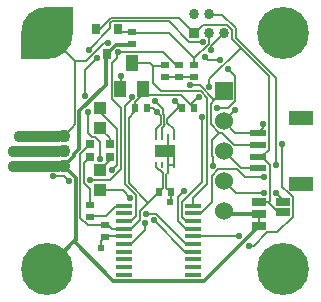
<source format=gtl>
G04 EAGLE Gerber X2 export*
%TF.Part,Single*%
%TF.FileFunction,Copper,L1,Top,Mixed*%
%TF.FilePolarity,Positive*%
%TF.GenerationSoftware,Autodesk,EAGLE,9.6.2*%
%TF.CreationDate,2022-05-19T00:38:24Z*%
G75*
%MOMM*%
%FSLAX34Y34*%
%LPD*%
%INTop Copper*%
%AMOC8*
5,1,8,0,0,1.08239X$1,22.5*%
G01*
%ADD10R,0.700000X0.600000*%
%ADD11R,0.800000X0.900000*%
%ADD12C,0.863600*%
%ADD13R,0.863600X0.863600*%
%ADD14R,0.800000X0.700000*%
%ADD15C,0.720000*%
%ADD16C,1.100000*%
%ADD17C,0.558800*%
%ADD18R,1.100000X1.000000*%
%ADD19R,1.000000X1.400000*%
%ADD20R,1.475000X0.450000*%
%ADD21C,4.400000*%
%ADD22R,0.250000X0.550000*%
%ADD23R,1.700000X1.000000*%
%ADD24R,0.600000X0.700000*%
%ADD25R,1.524000X1.524000*%
%ADD26C,1.524000*%
%ADD27R,1.270000X0.635000*%
%ADD28R,0.254000X0.406400*%
%ADD29R,2.000000X1.200000*%
%ADD30R,1.350000X0.600000*%
%ADD31C,0.152400*%
%ADD32C,0.604000*%
%ADD33C,0.304800*%

G36*
X61006Y224011D02*
X61006Y224011D01*
X61128Y224009D01*
X61147Y224014D01*
X61167Y224015D01*
X61283Y224052D01*
X61400Y224084D01*
X61417Y224095D01*
X61435Y224101D01*
X61536Y224168D01*
X61640Y224232D01*
X61653Y224247D01*
X61669Y224258D01*
X61747Y224351D01*
X61829Y224442D01*
X61837Y224459D01*
X61850Y224475D01*
X61899Y224586D01*
X61952Y224695D01*
X61955Y224714D01*
X61963Y224733D01*
X61989Y224935D01*
X61999Y225000D01*
X61999Y246000D01*
X61990Y246062D01*
X61991Y246112D01*
X61991Y246113D01*
X61991Y246128D01*
X61970Y246203D01*
X61959Y246279D01*
X61933Y246338D01*
X61916Y246400D01*
X61875Y246466D01*
X61843Y246536D01*
X61801Y246585D01*
X61768Y246640D01*
X61710Y246692D01*
X61660Y246750D01*
X61606Y246786D01*
X61558Y246829D01*
X61489Y246862D01*
X61424Y246905D01*
X61362Y246924D01*
X61305Y246952D01*
X61235Y246963D01*
X61154Y246987D01*
X61069Y246988D01*
X61000Y246999D01*
X40000Y246999D01*
X39871Y246981D01*
X39742Y246965D01*
X39732Y246961D01*
X39721Y246959D01*
X39602Y246906D01*
X39482Y246855D01*
X39474Y246848D01*
X39464Y246843D01*
X39365Y246759D01*
X39264Y246676D01*
X39258Y246667D01*
X39250Y246660D01*
X39178Y246551D01*
X39104Y246443D01*
X39101Y246433D01*
X39095Y246424D01*
X39057Y246299D01*
X39016Y246175D01*
X39016Y246165D01*
X39013Y246154D01*
X39011Y246024D01*
X39006Y245894D01*
X39009Y245883D01*
X39009Y245872D01*
X39044Y245746D01*
X39076Y245620D01*
X39081Y245611D01*
X39084Y245600D01*
X39153Y245489D01*
X39219Y245377D01*
X39226Y245370D01*
X39232Y245360D01*
X39442Y245171D01*
X39444Y245170D01*
X39446Y245169D01*
X51287Y237274D01*
X60178Y224431D01*
X60261Y224342D01*
X60340Y224250D01*
X60357Y224239D01*
X60370Y224224D01*
X60474Y224162D01*
X60576Y224095D01*
X60595Y224089D01*
X60612Y224079D01*
X60730Y224048D01*
X60846Y224013D01*
X60866Y224012D01*
X60885Y224007D01*
X61006Y224011D01*
G37*
G36*
X40007Y203002D02*
X40007Y203002D01*
X40015Y203001D01*
X40148Y203022D01*
X40279Y203041D01*
X40286Y203044D01*
X40293Y203045D01*
X40415Y203102D01*
X40536Y203157D01*
X40542Y203162D01*
X40549Y203165D01*
X40650Y203254D01*
X40750Y203340D01*
X40754Y203346D01*
X40760Y203351D01*
X40831Y203464D01*
X40905Y203576D01*
X40907Y203583D01*
X40911Y203590D01*
X40948Y203717D01*
X40987Y203846D01*
X40987Y203853D01*
X40989Y203860D01*
X40989Y203994D01*
X40991Y204128D01*
X40989Y204135D01*
X40989Y204142D01*
X40952Y204270D01*
X40916Y204400D01*
X40912Y204406D01*
X40910Y204413D01*
X40838Y204526D01*
X40768Y204640D01*
X40762Y204645D01*
X40758Y204651D01*
X40704Y204697D01*
X40558Y204829D01*
X40539Y204838D01*
X40524Y204851D01*
X27726Y212726D01*
X19851Y225524D01*
X19846Y225530D01*
X19843Y225536D01*
X19801Y225585D01*
X19777Y225624D01*
X19739Y225659D01*
X19671Y225741D01*
X19665Y225745D01*
X19660Y225750D01*
X19578Y225804D01*
X19568Y225813D01*
X19554Y225820D01*
X19547Y225824D01*
X19437Y225899D01*
X19430Y225901D01*
X19424Y225905D01*
X19296Y225944D01*
X19169Y225985D01*
X19161Y225985D01*
X19154Y225987D01*
X19021Y225989D01*
X18887Y225993D01*
X18880Y225991D01*
X18872Y225991D01*
X18743Y225955D01*
X18614Y225922D01*
X18608Y225918D01*
X18600Y225916D01*
X18486Y225845D01*
X18372Y225777D01*
X18367Y225772D01*
X18360Y225768D01*
X18271Y225668D01*
X18180Y225571D01*
X18176Y225564D01*
X18171Y225558D01*
X18113Y225438D01*
X18107Y225427D01*
X18095Y225408D01*
X18091Y225394D01*
X18053Y225319D01*
X18052Y225311D01*
X18048Y225305D01*
X18038Y225236D01*
X18030Y225195D01*
X18013Y225138D01*
X18012Y225099D01*
X18002Y225041D01*
X18004Y225019D01*
X18001Y225000D01*
X18001Y204000D01*
X18010Y203936D01*
X18009Y203872D01*
X18030Y203797D01*
X18041Y203721D01*
X18067Y203662D01*
X18084Y203600D01*
X18125Y203534D01*
X18157Y203464D01*
X18199Y203415D01*
X18232Y203360D01*
X18290Y203308D01*
X18340Y203250D01*
X18394Y203214D01*
X18442Y203171D01*
X18511Y203138D01*
X18576Y203095D01*
X18638Y203076D01*
X18695Y203048D01*
X18765Y203037D01*
X18846Y203013D01*
X18931Y203012D01*
X19000Y203001D01*
X40000Y203001D01*
X40007Y203002D01*
G37*
D10*
X112112Y215260D03*
X112112Y225260D03*
X89504Y61766D03*
X89504Y51766D03*
X140000Y197500D03*
X140000Y187500D03*
X165000Y187500D03*
X165000Y197500D03*
X152500Y187500D03*
X152500Y197500D03*
D11*
X100404Y227762D03*
X81404Y227762D03*
X90904Y206762D03*
D12*
X177638Y240626D03*
X177638Y224878D03*
X164938Y240626D03*
D13*
X164938Y224878D03*
D12*
X190338Y224878D03*
D14*
X76500Y119500D03*
X76500Y130500D03*
X93500Y119500D03*
X93500Y130500D03*
D10*
X77000Y69238D03*
X77000Y79238D03*
D15*
X49400Y136800D02*
X49400Y138600D01*
X49400Y136800D02*
X15600Y136800D01*
X15600Y138600D01*
X49400Y138600D01*
X49400Y125900D02*
X49400Y124100D01*
X10600Y124100D01*
X10600Y125900D01*
X49400Y125900D01*
X49400Y113200D02*
X49400Y111400D01*
X10600Y111400D01*
X10600Y113200D01*
X49400Y113200D01*
D16*
X54500Y112300D03*
X54500Y125000D03*
X54500Y137700D03*
D17*
X23500Y125000D03*
D18*
X85000Y108500D03*
X85000Y91500D03*
X85000Y144000D03*
X85000Y161000D03*
D19*
X111968Y199014D03*
X121468Y177014D03*
X102468Y177014D03*
D20*
X105562Y78562D03*
X105562Y72062D03*
X105562Y65562D03*
X105562Y59062D03*
X105562Y52562D03*
X105562Y46062D03*
X105562Y39562D03*
X105562Y33062D03*
X105562Y26562D03*
X105562Y20062D03*
X164322Y20062D03*
X164322Y26562D03*
X164322Y33062D03*
X164322Y39562D03*
X164322Y46062D03*
X164322Y52562D03*
X164322Y59062D03*
X164322Y65562D03*
X164322Y72062D03*
X164322Y78562D03*
D21*
X40000Y225000D03*
X40000Y25000D03*
X240000Y25000D03*
X240000Y225000D03*
D22*
X147500Y136750D03*
X142500Y136750D03*
X137500Y136750D03*
X132500Y136750D03*
X147500Y113250D03*
X142500Y113250D03*
X137500Y113250D03*
X132500Y113250D03*
D23*
X140000Y125000D03*
D24*
X135000Y90000D03*
X145000Y90000D03*
X154920Y161212D03*
X164920Y161212D03*
X124786Y161524D03*
X114786Y161524D03*
D25*
X189812Y175762D03*
D26*
X189812Y150362D03*
X189812Y124962D03*
X189812Y99562D03*
X189812Y74162D03*
D27*
X219906Y81464D03*
X219906Y71304D03*
X219906Y61144D03*
D28*
X219906Y66224D03*
D27*
X240000Y81564D03*
X240000Y73436D03*
D29*
X255750Y97000D03*
X255750Y153000D03*
D30*
X219000Y110000D03*
X219000Y120000D03*
X219000Y130000D03*
X219000Y140000D03*
D31*
X90300Y52562D02*
X89504Y51766D01*
X90300Y52562D02*
X105562Y52562D01*
X89504Y51766D02*
X86440Y48702D01*
X86440Y43006D01*
D32*
X86440Y43006D03*
D31*
X54500Y125000D02*
X30000Y125000D01*
X23500Y125000D01*
X142500Y113250D02*
X142500Y105988D01*
X141492Y104980D01*
X141492Y93508D02*
X145000Y90000D01*
X141492Y93508D02*
X141492Y104980D01*
X142500Y113250D02*
X142500Y122500D01*
X141250Y123750D01*
X140000Y125000D01*
X147500Y125000D02*
X147500Y113250D01*
X147500Y125000D02*
X142500Y125000D01*
X141250Y123750D01*
X142500Y122500D02*
X142500Y136750D01*
X142500Y113250D02*
X147500Y113250D01*
X145000Y90000D02*
X145000Y81754D01*
X144780Y81534D01*
D32*
X144780Y81534D03*
D31*
X111760Y225552D02*
X102616Y225552D01*
X100584Y227584D01*
X111760Y225552D02*
X112112Y225260D01*
X100584Y227584D02*
X100404Y227762D01*
X165100Y203200D02*
X165100Y197612D01*
X165100Y203200D02*
X177292Y215392D01*
X177292Y224536D01*
X165100Y197612D02*
X165000Y197500D01*
X177292Y224536D02*
X177638Y224878D01*
X143256Y225044D02*
X112776Y225044D01*
X143256Y225044D02*
X165100Y203200D01*
X112776Y225044D02*
X112112Y225260D01*
X204216Y110236D02*
X218948Y110236D01*
X204216Y110236D02*
X189992Y124460D01*
X218948Y110236D02*
X219000Y110000D01*
X189992Y124460D02*
X189812Y124962D01*
X102616Y177292D02*
X102616Y188468D01*
X102616Y177292D02*
X102468Y177014D01*
D17*
X102616Y188468D03*
D31*
X91970Y61766D02*
X89504Y61766D01*
X91970Y61766D02*
X94942Y58794D01*
X105294Y58794D01*
X105562Y59062D01*
X135408Y108468D02*
X135972Y108468D01*
X138698Y105742D01*
X132500Y111376D02*
X132500Y113250D01*
X132500Y111376D02*
X135408Y108468D01*
X138698Y93698D02*
X135000Y90000D01*
X138698Y93698D02*
X138698Y105742D01*
X114808Y161544D02*
X114808Y166116D01*
X121412Y172720D01*
X121412Y176784D01*
X114808Y161544D02*
X114786Y161524D01*
X121412Y176784D02*
X121468Y177014D01*
X153924Y172212D02*
X164592Y161544D01*
X153924Y172212D02*
X121920Y172212D01*
X164592Y161544D02*
X164920Y161212D01*
X121920Y172212D02*
X121468Y177014D01*
X76200Y130048D02*
X68580Y122428D01*
X68580Y68072D01*
X74676Y61976D01*
X88900Y61976D01*
X76200Y130048D02*
X76500Y130500D01*
X88900Y61976D02*
X89504Y61766D01*
X118872Y73660D02*
X126238Y81026D01*
X134620Y89408D01*
X118872Y73660D02*
X118872Y66040D01*
X112268Y59436D01*
X106172Y59436D01*
X134620Y89408D02*
X135000Y90000D01*
X106172Y59436D02*
X105562Y59062D01*
X114300Y157480D02*
X114300Y161036D01*
X114300Y157480D02*
X109728Y152908D01*
X109728Y97536D01*
X126238Y81026D01*
X114300Y161036D02*
X114786Y161524D01*
X219964Y81280D02*
X227584Y81280D01*
X235204Y73660D01*
X239776Y73660D01*
X219964Y81280D02*
X219906Y81464D01*
X239776Y73660D02*
X240000Y73436D01*
X221996Y119888D02*
X219456Y119888D01*
X221996Y119888D02*
X229108Y112776D01*
X229108Y82804D01*
X227584Y81280D01*
X219456Y119888D02*
X219000Y120000D01*
X84836Y228092D02*
X81788Y228092D01*
X84836Y228092D02*
X94488Y237744D01*
X151892Y237744D01*
X164592Y225044D01*
X81788Y228092D02*
X81404Y227762D01*
X164592Y225044D02*
X164938Y224878D01*
X228092Y125984D02*
X222504Y120396D01*
X228092Y125984D02*
X228092Y188468D01*
X204216Y212344D02*
X197104Y219456D01*
X204216Y212344D02*
X228092Y188468D01*
X197104Y219456D02*
X197104Y227584D01*
X193040Y231648D01*
X172212Y231648D01*
X165608Y225044D01*
X219000Y120000D02*
X222504Y120396D01*
X165608Y225044D02*
X164938Y224878D01*
X168148Y170180D02*
X162560Y164592D01*
X168148Y170180D02*
X168656Y170180D01*
X177800Y179324D02*
X177800Y185928D01*
X204216Y212344D01*
X162560Y164592D02*
X164920Y161212D01*
D17*
X168656Y170180D03*
X177800Y179324D03*
D31*
X164084Y66040D02*
X157480Y66040D01*
X154432Y69088D01*
X154432Y81788D01*
X171196Y98552D01*
X171196Y153924D01*
X183896Y161036D02*
X193548Y161036D01*
X199644Y167132D01*
X199644Y188468D01*
X193548Y194564D01*
X186436Y201676D02*
X176276Y201676D01*
X173736Y204216D01*
X164084Y66040D02*
X164322Y65562D01*
D17*
X171196Y153924D03*
X183896Y161036D03*
X193548Y194564D03*
X186436Y201676D03*
X173736Y204216D03*
D31*
X170688Y72136D02*
X164592Y72136D01*
X170688Y72136D02*
X179832Y81280D01*
X179832Y103632D01*
X185420Y109220D01*
X201168Y109220D01*
X207772Y102616D01*
X224028Y102616D01*
X234188Y112776D02*
X234188Y186436D01*
X200152Y220472D01*
X200152Y228600D01*
X188468Y240284D01*
X177800Y240284D01*
X164592Y72136D02*
X164322Y72062D01*
X177800Y240284D02*
X177638Y240626D01*
D17*
X224028Y102616D03*
X234188Y112776D03*
D31*
X111760Y46228D02*
X105664Y46228D01*
X111760Y46228D02*
X123444Y57912D01*
X123444Y63500D01*
X85344Y117856D02*
X85344Y132080D01*
X80772Y136652D01*
X78740Y136652D01*
X75184Y140208D01*
X75184Y157988D01*
X72644Y171704D02*
X72644Y193040D01*
X82804Y203200D01*
X75692Y210312D02*
X93980Y228600D01*
X93980Y233172D01*
X95504Y234696D01*
X143256Y234696D01*
X160528Y217424D01*
X172212Y217424D01*
X179324Y213360D02*
X179324Y210312D01*
X179324Y213360D02*
X190500Y224536D01*
X105664Y46228D02*
X105562Y46062D01*
X190500Y224536D02*
X190338Y224878D01*
D17*
X123444Y63500D03*
X85344Y117856D03*
X75184Y157988D03*
X72644Y171704D03*
X82804Y203200D03*
X75692Y210312D03*
X172212Y217424D03*
X179324Y210312D03*
D31*
X164322Y85074D02*
X164322Y78562D01*
X164322Y85074D02*
X176022Y96774D01*
X176022Y169926D01*
X170688Y175260D02*
X137160Y175260D01*
X130302Y182118D01*
X127884Y199014D02*
X111968Y199014D01*
X170688Y175260D02*
X176022Y169926D01*
X130302Y182118D02*
X130302Y196596D01*
X127884Y199014D01*
X139096Y196596D02*
X140000Y197500D01*
X139096Y196596D02*
X130302Y196596D01*
X140208Y187452D02*
X152400Y187452D01*
X140208Y187452D02*
X140000Y187500D01*
X152400Y187452D02*
X152500Y187500D01*
X152908Y187452D02*
X164592Y187452D01*
X165000Y187500D01*
X152908Y187452D02*
X152500Y187500D01*
X64008Y200992D02*
X40000Y225000D01*
X64008Y147208D02*
X61270Y144470D01*
X54500Y137700D01*
X64008Y178308D02*
X64008Y200992D01*
X64008Y178308D02*
X64008Y147208D01*
X149352Y197612D02*
X152400Y197612D01*
X149352Y197612D02*
X138684Y208280D01*
X100076Y208280D01*
X91948Y216408D02*
X88900Y216408D01*
X73660Y201168D01*
X64516Y201168D01*
X152400Y197612D02*
X152500Y197500D01*
X64516Y201168D02*
X64008Y200992D01*
X54864Y103632D02*
X45212Y103632D01*
X54864Y103632D02*
X58928Y99568D01*
X76708Y100076D02*
X93472Y100076D01*
X102616Y109220D01*
X102616Y161544D01*
X94996Y169164D01*
X94996Y199136D01*
X99568Y203708D01*
X99568Y207772D01*
X100076Y208280D01*
D17*
X100076Y208280D03*
X91948Y216408D03*
X45212Y103632D03*
X58928Y99568D03*
X76708Y100076D03*
D33*
X63126Y48126D02*
X40000Y25000D01*
X63126Y48126D02*
X64770Y49770D01*
X64770Y102030D02*
X54500Y112300D01*
X64770Y102030D02*
X64770Y49770D01*
X98552Y214884D02*
X111760Y214884D01*
X98552Y214884D02*
X90932Y207264D01*
X111760Y214884D02*
X112112Y215260D01*
X90932Y207264D02*
X90904Y206762D01*
X219456Y60960D02*
X173228Y14732D01*
X96520Y14732D01*
X63126Y48126D01*
X219456Y60960D02*
X219906Y61144D01*
X89916Y180848D02*
X89916Y205740D01*
X89916Y180848D02*
X67564Y158496D01*
X67564Y126492D01*
X62992Y121920D01*
X62992Y120904D01*
X55372Y113284D01*
X89916Y205740D02*
X90904Y206762D01*
X55372Y113284D02*
X54500Y112300D01*
X53340Y112268D02*
X30480Y112268D01*
X30000Y112300D01*
X53340Y112268D02*
X54500Y112300D01*
D31*
X76708Y92964D02*
X76708Y79248D01*
X76708Y92964D02*
X71628Y98044D01*
X71628Y114808D01*
X76200Y119380D01*
X76708Y79248D02*
X77000Y79238D01*
X76200Y119380D02*
X76500Y119500D01*
X93472Y119380D02*
X93472Y116840D01*
X85344Y108712D01*
X93472Y119380D02*
X93500Y119500D01*
X85344Y108712D02*
X85000Y108500D01*
X93472Y130556D02*
X93472Y135636D01*
X85344Y143764D01*
X93472Y130556D02*
X93500Y130500D01*
X85344Y143764D02*
X85000Y144000D01*
X85344Y91440D02*
X104648Y91440D01*
X110744Y85344D01*
X124460Y71628D02*
X132588Y71628D01*
X157988Y46228D01*
X164084Y46228D01*
X85344Y91440D02*
X85000Y91500D01*
X164084Y46228D02*
X164322Y46062D01*
D17*
X110744Y85344D03*
X124460Y71628D03*
D31*
X90424Y69596D02*
X77216Y69596D01*
X90424Y69596D02*
X99060Y78232D01*
X105156Y78232D01*
X77216Y69596D02*
X77000Y69238D01*
X105156Y78232D02*
X105562Y78562D01*
X85344Y157480D02*
X85344Y160528D01*
X85344Y157480D02*
X99568Y143256D01*
X99568Y113284D01*
X94996Y108712D01*
X130556Y66548D02*
X157480Y39624D01*
X164084Y39624D01*
X85344Y160528D02*
X85000Y161000D01*
X164084Y39624D02*
X164322Y39562D01*
D17*
X94996Y108712D03*
X130556Y66548D03*
D31*
X147500Y136750D02*
X147500Y143168D01*
X142254Y148414D02*
X142254Y152224D01*
X147923Y157893D01*
X148685Y158655D01*
X151225Y161195D01*
X151242Y161212D01*
X154920Y161212D01*
X142254Y148414D02*
X147500Y143168D01*
X198628Y130048D02*
X218948Y130048D01*
X198628Y130048D02*
X188468Y140208D01*
X185928Y140208D01*
X178816Y147320D01*
X178816Y164592D01*
X182118Y167894D02*
X189484Y175260D01*
X182118Y167894D02*
X178816Y164592D01*
X218948Y130048D02*
X219000Y130000D01*
X189484Y175260D02*
X189812Y175762D01*
X164084Y59436D02*
X157480Y59436D01*
X151384Y65532D01*
X151384Y85852D01*
X156464Y90932D01*
X180848Y111760D02*
X180848Y119888D01*
X179832Y120904D01*
X179832Y134112D01*
X185928Y140208D01*
X164084Y59436D02*
X164322Y59062D01*
X150876Y161544D02*
X150876Y164592D01*
X148336Y167132D01*
X161544Y180340D02*
X169672Y180340D01*
X182118Y167894D01*
X151225Y161195D02*
X150876Y161544D01*
D17*
X156464Y90932D03*
X180848Y111760D03*
X148336Y167132D03*
X161544Y180340D03*
D31*
X132500Y143373D02*
X132500Y136750D01*
X132500Y143373D02*
X136666Y147539D01*
X136666Y154510D01*
X133396Y157780D01*
X132126Y159050D01*
X129652Y161524D01*
X124786Y161524D01*
X199644Y140208D02*
X218948Y140208D01*
X199644Y140208D02*
X189992Y149860D01*
X218948Y140208D02*
X219000Y140000D01*
X189992Y149860D02*
X189812Y150362D01*
X203200Y52832D02*
X164592Y52832D01*
X211328Y44704D02*
X215392Y44704D01*
X226568Y55880D01*
X235204Y55880D01*
X248412Y69088D01*
X248412Y85852D01*
X245364Y88900D01*
X244856Y88900D01*
X239268Y94488D01*
X239268Y131064D01*
X223012Y144272D02*
X223012Y147320D01*
X223012Y144272D02*
X219456Y140716D01*
X164592Y52832D02*
X164322Y52562D01*
X219000Y140000D02*
X219456Y140716D01*
X199136Y159512D02*
X189992Y150368D01*
X133604Y157988D02*
X133396Y157780D01*
X189812Y150362D02*
X189992Y150368D01*
D17*
X203200Y52832D03*
X211328Y44704D03*
X239268Y131064D03*
X223012Y147320D03*
X133604Y157988D03*
X199136Y159512D03*
D31*
X137500Y144422D02*
X137500Y136750D01*
X137500Y144422D02*
X139897Y146819D01*
X139460Y147257D01*
X139460Y155780D02*
X139206Y156034D01*
X139460Y155780D02*
X139460Y147257D01*
X138684Y156464D02*
X138684Y160020D01*
X131572Y167132D01*
X112268Y168656D02*
X112268Y170688D01*
X112268Y168656D02*
X106680Y163068D01*
X106680Y96520D01*
X115824Y87376D01*
X115824Y69596D01*
X112268Y66040D01*
X105664Y66040D01*
X139206Y156034D02*
X138684Y156464D01*
X105664Y66040D02*
X105562Y65562D01*
D17*
X131572Y167132D03*
X112268Y170688D03*
D33*
X192024Y71628D02*
X219456Y71628D01*
X192024Y71628D02*
X189992Y73660D01*
X219456Y71628D02*
X219906Y71304D01*
X189992Y73660D02*
X189812Y74162D01*
D31*
X239776Y81788D02*
X239776Y83312D01*
X234188Y88900D01*
X224028Y88900D02*
X200152Y88900D01*
X189992Y99060D01*
X239776Y81788D02*
X240000Y81564D01*
X189992Y99060D02*
X189812Y99562D01*
D17*
X234188Y88900D03*
X224028Y88900D03*
M02*

</source>
